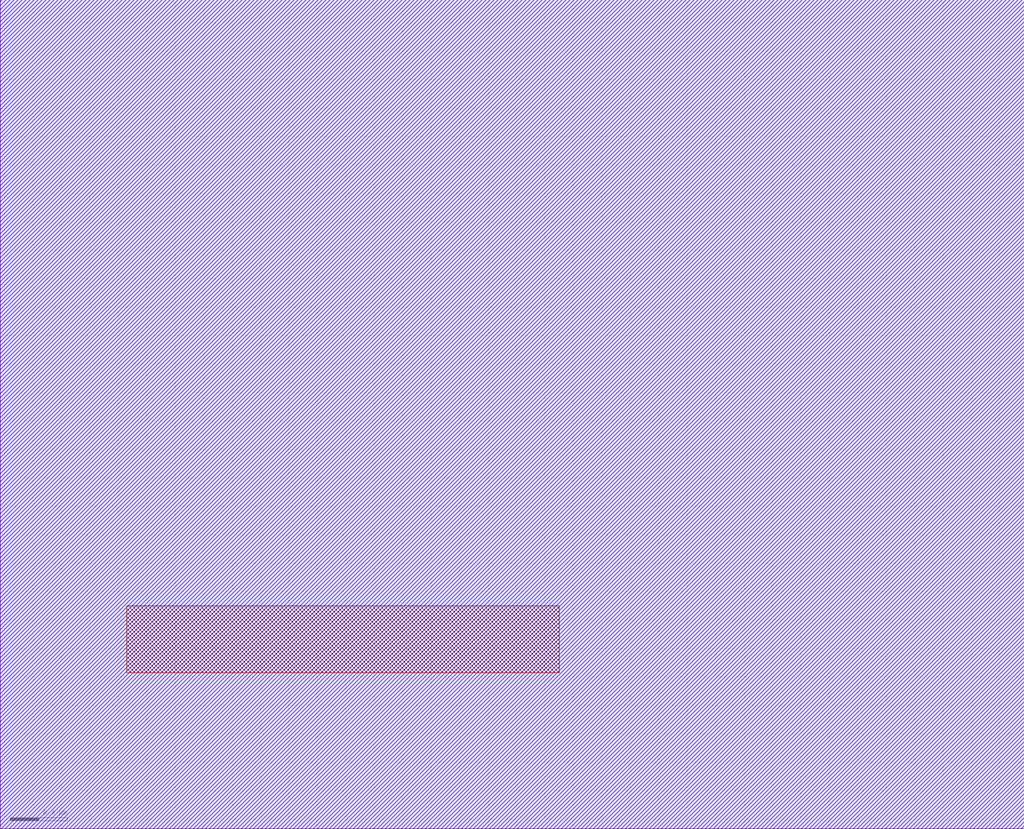
<source format=lef>
VERSION 5.7 ;
  NOWIREEXTENSIONATPIN ON ;
  DIVIDERCHAR "/" ;
  BUSBITCHARS "[]" ;
UNITS
  DATABASE MICRONS 200 ;
END UNITS

LAYER via2
  TYPE CUT ;
END via2

LAYER via
  TYPE CUT ;
END via

LAYER nwell
  TYPE MASTERSLICE ;
END nwell

LAYER via3
  TYPE CUT ;
END via3

LAYER pwell
  TYPE MASTERSLICE ;
END pwell

LAYER via4
  TYPE CUT ;
END via4

LAYER mcon
  TYPE CUT ;
END mcon

LAYER met6
  TYPE ROUTING ;
  WIDTH 0.030000 ;
  SPACING 0.040000 ;
  DIRECTION HORIZONTAL ;
END met6

LAYER met1
  TYPE ROUTING ;
  WIDTH 0.140000 ;
  SPACING 0.140000 ;
  DIRECTION HORIZONTAL ;
END met1

LAYER met3
  TYPE ROUTING ;
  WIDTH 0.300000 ;
  SPACING 0.300000 ;
  DIRECTION HORIZONTAL ;
END met3

LAYER met2
  TYPE ROUTING ;
  WIDTH 0.140000 ;
  SPACING 0.140000 ;
  DIRECTION HORIZONTAL ;
END met2

LAYER met4
  TYPE ROUTING ;
  WIDTH 0.300000 ;
  SPACING 0.300000 ;
  DIRECTION HORIZONTAL ;
END met4

LAYER met5
  TYPE ROUTING ;
  WIDTH 1.600000 ;
  SPACING 1.600000 ;
  DIRECTION HORIZONTAL ;
END met5

LAYER li1
  TYPE ROUTING ;
  WIDTH 0.170000 ;
  SPACING 0.170000 ;
  DIRECTION HORIZONTAL ;
END li1

MACRO sky130_hilas_CapModule02
  CLASS BLOCK ;
  FOREIGN sky130_hilas_CapModule02 ;
  ORIGIN 4.430 2.470 ;
  SIZE 7.200 BY 5.830 ;
  OBS
      LAYER met3 ;
        RECT -4.430 -2.470 2.770 3.360 ;
      LAYER met4 ;
        RECT -3.540 -1.370 -0.500 -0.900 ;
  END
END sky130_hilas_CapModule02
END LIBRARY


</source>
